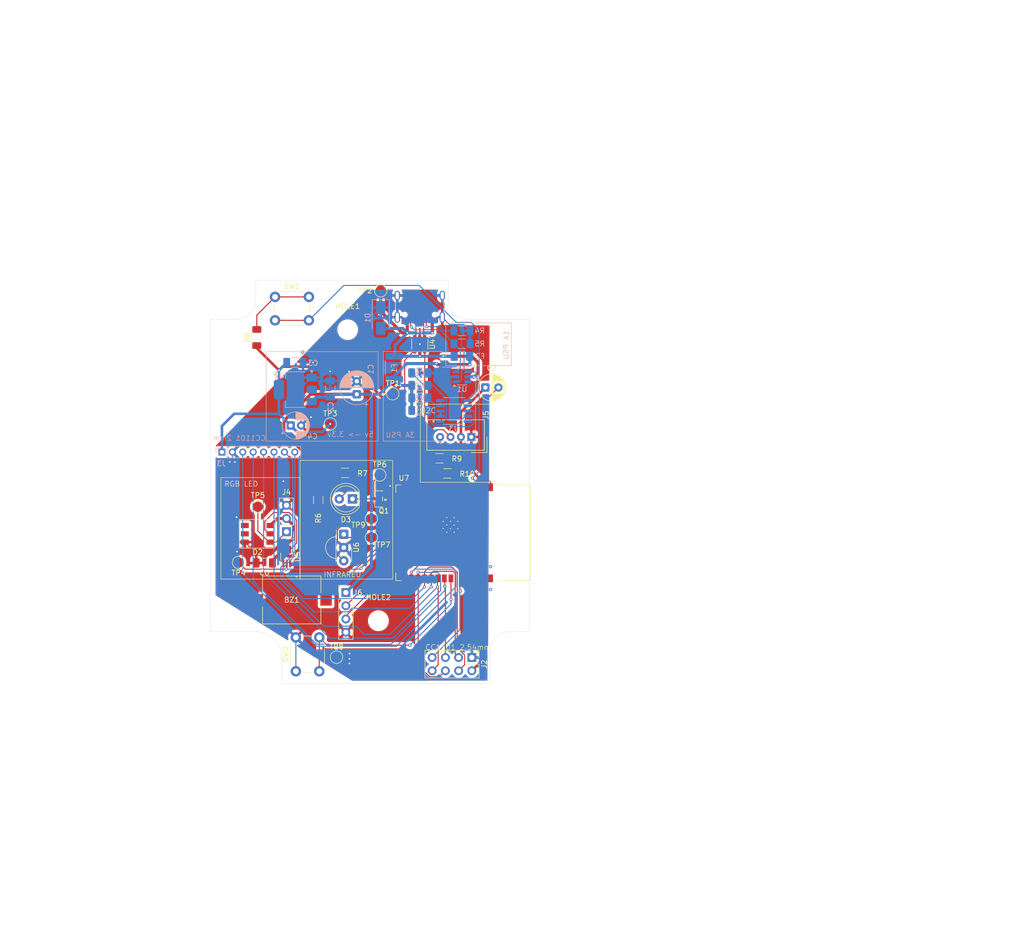
<source format=kicad_pcb>
(kicad_pcb (version 20241229) (generator "pcbnew") (generator_version "9.0")
  (layers (0 "F.Cu" signal) (2 "B.Cu" signal) (13 "F.Paste" user) (15 "B.Paste" user) (5 "F.SilkS" user "F.Silkscreen") (7 "B.SilkS" user "B.Silkscreen") (1 "F.Mask" user) (3 "B.Mask" user) (25 "Edge.Cuts" user))
  (net 0 "")
  (net 1 "GND")
  (net 2 "BUZZ_IN")
  (net 3 "5V")
  (net 4 "3.3V")
  (net 5 "Net-(U3-VDD)")
  (net 6 "VBUS")
  (net 7 "Net-(D2-DOUT)")
  (net 8 "Net-(D2-DIN)")
  (net 10 "Net-(D3-K)")
  (net 11 "Net-(D3-A)")
  (net 12 "Net-(J1-D+-PadA6)")
  (net 13 "Net-(J1-D--PadA7)")
  (net 16 "CC1")
  (net 17 "CC2")
  (net 18 "GDO2")
  (net 19 "GDO0")
  (net 20 "MOSI")
  (net 21 "CSN")
  (net 22 "SCK")
  (net 23 "MISO")
  (net 24 "Net-(J5-Pin_3)")
  (net 25 "Net-(J5-Pin_4)")
  (net 26 "UART_RX")
  (net 27 "UART_TX")
  (net 28 "IR_TX_IN")
  (net 29 "Net-(U3-VBUS)")
  (net 30 "Net-(U3-CFG1)")
  (net 31 "Net-(U6-Vs)")
  (net 32 "Net-(SW1-A)")
  (net 33 "Net-(SW1-B)")
  (net 34 "SW_ACK_OUT")
  (net 35 "WS2818_3.3V_IN")
  (net 36 "IR_RX_OUT")
  (net 37 "Net-(U3-CC1)")
  (net 38 "Net-(U3-CC2)")
  (net 40 "Net-(U3-DM)")
  (net 41 "USB-")
  (net 42 "USB+")
  (footprint "Button_Switch_THT:SW_PUSH_6mm" (layer "F.Cu") (at 73.7 73.2)
    (property "Reference" "SW1")
    (property "Value" "SW_RESET")
  )
  (footprint "Resistor_SMD:R_1206_3216Metric_Pad1.30x1.75mm_HandSolder" (layer "F.Cu") (at 106.8 107.1)
    (property "Reference" "R10")
    (property "Value" "4.7k")
  )
  (footprint "Package_TO_SOT_SMD:SOT-23" (layer "F.Cu") (at 93.6 112 180)
    (property "Reference" "Q1")
    (property "Value" "BSS138")
  )
  (footprint "Capacitor_THT:CP_Radial_D5.0mm_P2.50mm" (layer "F.Cu") (at 114.1 90.6)
    (property "Reference" "C7")
    (property "Value" "1uF")
  )
  (footprint "Connector:NS-Tech_Grove_1x04_P2mm_Vertical" (layer "F.Cu") (at 111.4 100.1 -90)
    (property "Reference" "J5")
    (property "Value" "CONN_I2C_GROVE")
  )
  (footprint "TestPoint:TestPoint_Pad_D2.0mm" (layer "F.Cu") (at 84.3 97.6)
    (property "Reference" "TP3")
    (property "Value" "TP_3.3V")
  )
  (footprint "LED_SMD:LED_WS2812_PLCC6_5.0x5.0mm_P1.6mm" (layer "F.Cu") (at 70.35 118.7 180)
    (property "Reference" "D2")
    (property "Value" "WS2812")
  )
  (footprint "TestPoint:TestPoint_Pad_D2.0mm" (layer "F.Cu") (at 70.4 113.5 180)
    (property "Reference" "TP5")
    (property "Value" "TP_2812_5")
  )
  (footprint "Connector_PinHeader_2.54mm:PinHeader_1x03_P2.54mm_Vertical" (layer "F.Cu") (at 75.9 118.3 180)
    (property "Reference" "J4")
    (property "Value" "CONN_WS2812")
  )
  (footprint "Connector_USB:USB_C_Receptacle_GCT_USB4105-xx-A_16P_TopMnt_Horizontal" (layer "F.Cu") (at 101.5 74 180)
    (property "Reference" "J1")
    (property "Value" "USB_C_Receptacle")
  )
  (footprint "TestPoint:TestPoint_Pad_D2.0mm" (layer "F.Cu") (at 66.7 124.2 180)
    (property "Reference" "TP4")
    (property "Value" "TP_21812_3.3")
  )
  (footprint "Resistor_SMD:R_1206_3216Metric_Pad1.30x1.75mm_HandSolder" (layer "F.Cu") (at 87.15 107)
    (property "Reference" "R7")
    (property "Value" "22")
  )
  (footprint "TestPoint:TestPoint_Pad_D2.0mm" (layer "F.Cu") (at 96.3 91.8)
    (property "Reference" "TP1")
    (property "Value" "TP_5V")
  )
  (footprint "TestPoint:TestPoint_Pad_D2.0mm" (layer "F.Cu") (at 92.2 115.8)
    (property "Reference" "TP9")
    (property "Value" "TP_IR_TX_IN")
  )
  (footprint "Resistor_SMD:R_1206_3216Metric_Pad1.30x1.75mm_HandSolder" (layer "F.Cu") (at 70.2 81 90)
    (property "Reference" "R8")
    (property "Value" "10k")
  )
  (footprint "TestPoint:TestPoint_Pad_D2.0mm" (layer "F.Cu") (at 92.2 119.4)
    (property "Reference" "TP7")
    (property "Value" "TP_IR_RX")
  )
  (footprint "RF_Module:ESP32-S3-WROOM-1" (layer "F.Cu") (at 109.85 118.5 -90)
    (property "Reference" "U7")
    (property "Value" "ESP32-S3-WROOM-1-N16")
  )
  (footprint "Buzzer_Beeper:Buzzer_Mallory_AST1109MLTRQ" (layer "F.Cu") (at 76.9 131.4 180)
    (property "Reference" "BZ1")
    (property "Value" "LPT1440S-HS-05")
  )
  (footprint "MountingHole:MountingHole_3.5mm" (layer "F.Cu") (at 93.55 135.4)
    (property "Reference" "HOLE2")
    (property "Value" "MountingHole_3.5mm")
  )
  (footprint "TestPoint:TestPoint_Pad_D2.0mm" (layer "F.Cu") (at 85.5 142.4)
    (property "Reference" "TP8")
    (property "Value" "TP_BUZZ")
  )
  (footprint "TestPoint:TestPoint_Pad_D2.0mm" (layer "F.Cu") (at 93.8 107.4)
    (property "Reference" "TP6")
    (property "Value" "TP_IR_TX_OUT")
  )
  (footprint "Capacitor_SMD:C_1206_3216Metric_Pad1.33x1.80mm_HandSolder" (layer "F.Cu") (at 71.6375 124.3 180)
    (property "Reference" "C6")
    (property "Value" "100nF")
  )
  (footprint "MountingHole:MountingHole_3.5mm" (layer "F.Cu") (at 87.65 79.5)
    (property "Reference" "HOLE1")
    (property "Value" "MountingHole_3.5mm")
  )
  (footprint "Connector_PinHeader_2.54mm:PinHeader_1x04_P2.54mm_Vertical" (layer "F.Cu") (at 87.3 129.98)
    (property "Reference" "J6")
    (property "Value" "CONN_UART")
  )
  (footprint "OptoDevice:Vishay_MINICAST-3Pin" (layer "F.Cu") (at 86.9 118.8 -90)
    (property "Reference" "U6")
    (property "Value" "TSOP384xx")
  )
  (footprint "Package_TO_SOT_SMD:SOT-23-6" (layer "F.Cu") (at 101.5 82.3 -90)
    (property "Reference" "U4")
    (property "Value" "USBLC6-2SC6")
  )
  (footprint "LED_THT:LED_D5.0mm_Clear" (layer "F.Cu") (at 88.575 112 180)
    (property "Reference" "D3")
    (property "Value" "LL-503SIRC2H-1BE")
  )
  (footprint "Button_Switch_THT:SW_PUSH_6mm" (layer "F.Cu") (at 77.7 145.1 90)
    (property "Reference" "SW2")
    (property "Value" "SW_ACK")
  )
  (footprint "Resistor_SMD:R_1206_3216Metric_Pad1.30x1.75mm_HandSolder" (layer "F.Cu") (at 105.3 104.2 180)
    (property "Reference" "R9")
    (property "Value" "4.7k")
  )
  (footprint "Connector_PinHeader_2.54mm:PinHeader_2x04_P2.54mm_Vertical" (layer "F.Cu") (at 111.5 142.46 -90)
    (property "Reference" "J2")
    (property "Value" "Conn_02x04_Odd_Even")
  )
  (footprint "Package_TO_SOT_SMD:SOT-353_SC-70-5_Handsoldering" (layer "F.Cu") (at 75.95 123.07 90)
    (property "Reference" "U5")
    (property "Value" "74AHCT1G125")
  )
  (footprint "Resistor_SMD:R_1206_3216Metric_Pad1.30x1.75mm_HandSolder" (layer "F.Cu") (at 82 112.2 -90)
    (property "Reference" "R6")
    (property "Value" "100")
  )
  (footprint "TestPoint:TestPoint_Pad_D2.0mm" (layer "F.Cu") (at 94 72)
    (property "Reference" "TP2")
    (property "Value" "TP_VBUS")
  )
  (footprint "Capacitor_SMD:C_1206_3216Metric_Pad1.33x1.80mm_HandSolder" (layer "B.Cu") (at 101.5 87.8)
    (property "Reference" "C5")
    (property "Value" "1uF")
  )
  (footprint "Resistor_SMD:R_1206_3216Metric_Pad1.30x1.75mm_HandSolder" (layer "B.Cu") (at 101.5 95 180)
    (property "Reference" "R1")
    (property "Value" "10k")
  )
  (footprint "Connector_PinHeader_2.00mm:PinHeader_1x08_P2.00mm_Vertical" (layer "B.Cu") (at 63.5 103 -90)
    (property "Reference" "J3")
    (property "Value" "Conn_01x08")
  )
  (footprint "Capacitor_THT:CP_Radial_D5.0mm_P2.00mm" (layer "B.Cu") (at 76.7 97.9)
    (property "Reference" "C4")
    (property "Value" "22uF")
  )
  (footprint "Resistor_SMD:R_1206_3216Metric_Pad1.30x1.75mm_HandSolder" (layer "B.Cu") (at 101.5 90.2)
    (property "Reference" "R2")
    (property "Value" "1k")
  )
  (footprint "Package_TO_SOT_SMD:SOT-223-3_TabPin2" (layer "B.Cu") (at 77.6 91 180)
    (property "Reference" "U2")
    (property "Value" "AMS1117-3.3")
  )
  (footprint "Package_TO_SOT_SMD:SOT-23-6" (layer "B.Cu") (at 109.6 88.5375)
    (property "Reference" "U1")
    (property "Value" "USBLC6-2SC6")
  )
  (footprint "Diode_SMD:D_SMA" (layer "B.Cu") (at 94 77.25 -90)
    (property "Reference" "D1")
    (property "Value" "SMAJ5.0CA")
  )
  (footprint "Package_SO:SSOP-10-1EP_3.9x4.9mm_P1mm_EP2.1x3.3mm" (layer "B.Cu") (at 108.1 95.1)
    (property "Reference" "U3")
    (property "Value" "CH224K")
  )
  (footprint "Resistor_SMD:R_1206_3216Metric_Pad1.30x1.75mm_HandSolder" (layer "B.Cu") (at 101.5 92.6)
    (property "Reference" "R3")
    (property "Value" "10k")
  )
  (footprint "Fuse:Fuse_1812_4532Metric_Pad1.30x3.40mm_HandSolder" (layer "B.Cu") (at 96.6 86.8 -90)
    (property "Reference" "F1")
    (property "Value" "PTS18126V300 (3A)")
  )
  (footprint "Capacitor_SMD:C_1206_3216Metric_Pad1.33x1.80mm_HandSolder" (layer "B.Cu") (at 84.3 90.9 90)
    (property "Reference" "C2")
    (property "Value" "100nF")
  )
  (footprint "Resistor_SMD:R_1206_3216Metric_Pad1.30x1.75mm_HandSolder" (layer "B.Cu") (at 109.6 79.7 180)
    (property "Reference" "R4")
    (property "Value" "5.1k")
  )
  (footprint "Capacitor_THT:CP_Radial_D6.3mm_P2.50mm" (layer "B.Cu") (at 89.4 91.9 90)
    (property "Reference" "C1")
    (property "Value" "10uF")
  )
  (footprint "Fuse:Fuse_1206_3216Metric_Pad1.42x1.75mm_HandSolder" (layer "B.Cu") (at 109.6 84.6)
    (property "Reference" "F2")
    (property "Value" "0ZCJ0100FF2E (1A)")
  )
  (footprint "Resistor_SMD:R_1206_3216Metric_Pad1.30x1.75mm_HandSolder" (layer "B.Cu") (at 109.6 82.2)
    (property "Reference" "R5")
    (property "Value" "5.1k")
  )
  (footprint "Capacitor_SMD:C_1206_3216Metric_Pad1.33x1.80mm_HandSolder" (layer "B.Cu") (at 77.5 85.8)
    (property "Reference" "C3")
    (property "Value" "100nF")
  )
  (gr_rect (start 78.5 104.6) (end 96.3 127.4) (stroke (width 0.1)) (fill no) (layer "F.SilkS"))
  (gr_rect (start 63.3 107.9) (end 78.5 127.4) (stroke (width 0.1)) (fill no) (layer "F.SilkS"))
  (gr_rect (start 101.6 93.8) (end 114.9 108.8) (stroke (width 0.1)) (fill no) (layer "F.SilkS"))
  (gr_rect (start 106.5 78.2) (end 119.1 86.4) (stroke (width 0.1)) (fill no) (layer "B.SilkS"))
  (gr_line (start 105.8 83.69) (end 94.5 83.69) (stroke (width 0.1)) (layer "B.SilkS"))
  (gr_line (start 94.5 100.9) (end 112.2 100.9) (stroke (width 0.1)) (layer "B.SilkS"))
  (gr_line (start 94.5 98.6) (end 94.5 100.9) (stroke (width 0.1)) (layer "B.SilkS"))
  (gr_line (start 112.2 100.9) (end 112.2 86.7) (stroke (width 0.1)) (layer "B.SilkS"))
  (gr_line (start 112.2 86.7) (end 105.8 86.7) (stroke (width 0.1)) (layer "B.SilkS"))
  (gr_rect (start 72 83.7) (end 93.5 100.9) (stroke (width 0.1)) (fill no) (layer "B.SilkS"))
  (gr_line (start 94.5 83.69) (end 94.5 98.6) (stroke (width 0.1)) (layer "B.SilkS"))
  (gr_line (start 122.5 137.5) (end 122.5 77.5) (stroke (width 0.05)) (layer "Edge.Cuts"))
  (gr_line (start 110.75 77.5) (end 114.5 77.5) (stroke (width 0.05)) (layer "Edge.Cuts"))
  (gr_line (start 107 70) (end 70 70) (stroke (width 0.05)) (layer "Edge.Cuts"))
  (gr_arc (start 70 73.75) (mid 68.90165 76.40165) (end 66.25 77.5) (stroke (width 0.05)) (layer "Edge.Cuts"))
  (gr_line (start 75 147.5) (end 75 142.5) (stroke (width 0.05)) (layer "Edge.Cuts"))
  (gr_arc (start 115 141.25) (mid 116.09835 138.59835) (end 118.75 137.5) (stroke (width 0.05)) (layer "Edge.Cuts"))
  (gr_line (start 115 141.25) (end 115 147.5) (stroke (width 0.05)) (layer "Edge.Cuts"))
  (gr_line (start 66.25 77.5) (end 61.25 77.5) (stroke (width 0.05)) (layer "Edge.Cuts"))
  (gr_line (start 70 137.5) (end 61.25 137.5) (stroke (width 0.05)) (layer "Edge.Cuts"))
  (gr_line (start 107 73.75) (end 107 70) (stroke (width 0.05)) (layer "Edge.Cuts"))
  (gr_line (start 75 147.5) (end 115 147.5) (stroke (width 0.05)) (layer "Edge.Cuts"))
  (gr_line (start 61.25 77.5) (end 61.25 137.5) (stroke (width 0.05)) (layer "Edge.Cuts"))
  (gr_arc (start 110.75 77.5) (mid 108.09835 76.40165) (end 107 73.75) (stroke (width 0.05)) (layer "Edge.Cuts"))
  (gr_line (start 114.5 77.5) (end 122.5 77.5) (stroke (width 0.05)) (layer "Edge.Cuts"))
  (gr_arc (start 70 137.5) (mid 73.535534 138.964466) (end 75 142.5) (stroke (width 0.05)) (layer "Edge.Cuts"))
  (gr_line (start 70 73.75) (end 70 70) (stroke (width 0.05)) (layer "Edge.Cuts"))
  (gr_line (start 118.75 137.5) (end 122.5 137.5) (stroke (width 0.05)) (layer "Edge.Cuts"))
  (gr_text "INFRARED\n" (at 83 127.1 0) (layer "F.SilkS") (effects (font (size 1 1) (thickness 0.1)) (justify left bottom)))
  (gr_text "CC1101 2.54mm" (at 102.5 141.08 0) (layer "F.SilkS") (effects (font (size 1 1) (thickness 0.1)) (justify left bottom)))
  (gr_text "RGB LED\n" (at 63.9 109.7 0) (layer "F.SilkS") (effects (font (size 1 1) (thickness 0.1)) (justify left bottom)))
  (gr_text "I2C\n" (at 102.1 95.6 0) (layer "F.SilkS") (effects (font (size 1 1) (thickness 0.1)) (justify left bottom)))
  (gr_text "CC1101 2mm" (at 72 100.9 0) (layer "B.SilkS") (effects (font (size 1 1) (thickness 0.1)) (justify left bottom mirror)))
  (gr_text "5v -> 3.3v\n" (at 92.7 100.2 0) (layer "B.SilkS") (effects (font (size 1 1) (thickness 0.1)) (justify left bottom mirror)))
  (gr_text "3A PSU\n" (at 100.6 100.3 0) (layer "B.SilkS") (effects (font (size 1 1) (thickness 0.1)) (justify left bottom mirror)))
  (gr_text "1A PSU" (at 118.7 79.6 90) (layer "B.SilkS") (effects (font (size 1 1) (thickness 0.1)) (justify left bottom mirror)))
  (segment (start 85.699 120.139) (end 85.699 117.914954) (width 0.2) (layer "F.Cu") (net 1))
  (segment (start 70.075 122.475) (end 67.9 120.3) (width 0.2) (layer "F.Cu") (net 1))
  (segment (start 94.5375 111.570532) (end 94.5375 111.05) (width 0.2) (layer "F.Cu") (net 1))
  (segment (start 66.9 120.3) (end 67.9 120.3) (width 0.2) (layer "F.Cu") (net 1))
  (segment (start 115.11 108.8) (end 111.4 105.09) (width 0.2) (layer "F.Cu") (net 1))
  (segment (start 91.004922 112.609032) (end 93.499 112.609032) (width 0.2) (layer "F.Cu") (net 1))
  (segment (start 85.699 117.914954) (end 91.004922 112.609032) (width 0.2) (layer "F.Cu") (net 1))
  (segment (start 93.499 112.609032) (end 94.5375 111.570532) (width 0.2) (layer "F.Cu") (net 1))
  (segment (start 86.9 121.34) (end 85.699 120.139) (width 0.2) (layer "F.Cu") (net 1))
  (segment (start 64.4 125.5) (end 64.4 122.8) (width 0.2) (layer "F.Cu") (net 1))
  (segment (start 111.4 95.8) (end 116.6 90.6) (width 0.2) (layer "F.Cu") (net 1))
  (segment (start 70.5 131.4) (end 77.7 138.6) (width 0.2) (layer "F.Cu") (net 1))
  (segment (start 70.3 131.4) (end 70.5 131.4) (width 0.2) (layer "F.Cu") (net 1))
  (segment (start 70.3 131.4) (end 64.4 125.5) (width 0.2) (layer "F.Cu") (net 1))
  (segment (start 70.075 124.3) (end 70.075 122.475) (width 0.2) (layer "F.Cu") (net 1))
  (segment (start 115.11 109.75) (end 115.11 108.8) (width 0.2) (layer "F.Cu") (net 1))
  (segment (start 111.4 100.1) (end 111.4 95.8) (width 0.2) (layer "F.Cu") (net 1))
  (segment (start 111.4 105.09) (end 111.4 100.1) (width 0.2) (layer "F.Cu") (net 1))
  (segment (start 101.5 81.1625) (end 101.5 82.275) (width 0.2) (layer "F.Cu") (net 1))
  (segment (start 64.4 122.8) (end 66.9 120.3) (width 0.2) (layer "F.Cu") (net 1))
  (via (at 115.1 129.4) (size 0.6) (drill 0.3) (layers "F.Cu" "B.Cu") (net 1))
  (via (at 80.6 96.3) (size 0.6) (drill 0.3) (layers "F.Cu" "B.Cu") (net 1))
  (via (at 115.1 125) (size 0.6) (drill 0.3) (layers "F.Cu" "B.Cu") (net 1))
  (via (at 84.3 87.5) (size 0.6) (drill 0.3) (layers "F.Cu" "B.Cu") (net 1))
  (via (at 101.5 82.275) (size 0.6) (drill 0.3) (layers "F.Cu" "B.Cu") (net 1))
  (via (at 81 85.8) (size 0.6) (drill 0.3) (layers "F.Cu" "B.Cu") (net 1))
  (via (at 88 142.7) (size 0.6) (drill 0.3) (layers "F.Cu" "B.Cu") (net 1))
  (via (at 88 141.7) (size 0.6) (drill 0.3) (layers "F.Cu" "B.Cu") (net 1))
  (via (at 79 83.8) (size 0.6) (drill 0.3) (layers "F.Cu" "B.Cu") (net 1))
  (via (at 75.3 108.6) (size 0.6) (drill 0.3) (layers "F.Cu" "B.Cu") (net 1))
  (via (at 87.9 87.5) (size 0.6) (drill 0.3) (layers "F.Cu" "B.Cu") (net 1))
  (via (at 66 104.9) (size 0.6) (drill 0.3) (layers "F.Cu" "B.Cu") (net 1))
  (via (at 65 104.9) (size 0.6) (drill 0.3) (layers "F.Cu" "B.Cu") (net 1))
  (via (at 77.8 126.9) (size 0.6) (drill 0.3) (layers "F.Cu" "B.Cu") (net 1))
  (via (at 66.3 115.5) (size 0.6) (drill 0.3) (layers "F.Cu" "B.Cu") (net 1))
  (via (at 66.4 122.1) (size 0.6) (drill 0.3) (layers "F.Cu" "B.Cu") (net 1))
  (via (at 95.8 109.5) (size 0.6) (drill 0.3) (layers "F.Cu" "B.Cu") (net 1))
  (via (at 88 143.6) (size 0.6) (drill 0.3) (layers "F.Cu" "B.Cu") (net 1))
  (segment (start 90.199999 79.050001) (end 94 75.25) (width 0.2) (layer "B.Cu") (net 1))
  (segment (start 84.3 89.3375) (end 81.3875 89.3375) (width 0.2) (layer "B.Cu") (net 1))
  (segment (start 65.5 103) (end 65.5 126.4) (width 0.2) (layer "B.Cu") (net 1))
  (segment (start 99.775 82.275) (end 99.2 81.7) (width 0.2) (layer "B.Cu") (net 1))
  (segment (start 78.7 90.75) (end 78.7 97.9) (width 0.2) (layer "B.Cu") (net 1))
  (segment (start 84.3625 89.4) (end 84.3 89.3375) (width 0.2) (layer "B.Cu") (net 1))
  (segment (start 65.5 126.4) (end 77.7 138.6) (width 0.2) (layer "B.Cu") (net 1))
  (segment (start 77.7 138.6) (end 77.7 145.1) (width 0.2) (layer "B.Cu") (net 1))
  (segment (start 107.5 94.5) (end 107.5 88.837501) (width 0.2) (layer "B.Cu") (net 1))
  (segment (start 107.5 88.837501) (end 107.800001 88.5375) (width 0.2) (layer "B.Cu") (net 1))
  (segment (start 81.3875 89.3375) (end 80.75 88.7) (width 0.2) (layer "B.Cu") (net 1))
  (segment (start 109.95 78.5) (end 107.215 78.5) (width 0.2) (layer "B.Cu") (net 1))
  (segment (start 80.75 88.7) (end 78.7 90.75) (width 0.2) (layer "B.Cu") (net 1))
  (segment (start 111.15 79.7) (end 109.95 78.5) (width 0.2) (layer "B.Cu") (net 1))
  (segment (start 107.800001 88.5375) (end 108.4625 88.5375) (width 0.2) (layer "B.Cu") (net 1))
  (segment (start 80.75 87.4875) (end 79.0625 85.8) (width 0.2) (layer "B.Cu") (net 1))
  (segment (start 89.4 89.4) (end 90.199999 88.600001) (width 0.2) (layer "B.Cu") (net 1))
  (segment (start 108.1 95.1) (end 107.5 94.5) (width 0.2) (layer "B.Cu") (net 1))
  (segment (start 89.4 89.4) (end 84.3625 89.4) (width 0.2) (layer "B.Cu") (net 1))
  (segment (start 111.15 82.2) (end 111.15 79.7) (width 0.2) (layer "B.Cu") (net 1))
  (segment (start 101.5 82.275) (end 99.775 82.275) (width 0.2) (layer "B.Cu") (net 1))
  (segment (start 90.199999 88.600001) (end 90.199999 79.050001) (width 0.2) (layer "B.Cu") (net 1))
  (segment (start 80.75 88.7) (end 80.75 87.4875) (width 0.2) (layer "B.Cu") (net 1))
  (segment (start 107.215 78.5) (end 105.82 77.105) (width 0.2) (layer "B.Cu") (net 1))
  (segment (start 83.5 131.4) (end 83.5 131.183) (width 0.2) (layer "F.Cu") (net 2))
  (segment (start 96.818 117.865) (end 97.35 117.865) (width 0.2) (layer "F.Cu") (net 2))
  (segment (start 83.5 131.183) (end 96.818 117.865) (width 0.2) (layer "F.Cu") (net 2))
  (segment (start 80.3 104.136884) (end 80.3 119.642714) (width 0.6) (layer "F.Cu") (net 3))
  (segment (start 104.901 86.201) (end 111.099 86.201) (width 0.6) (layer "F.Cu") (net 3))
  (segment (start 75.399 99.235884) (end 80.3 104.136884) (width 0.6) (layer "F.Cu") (net 3))
  (segment (start 77.251 117.111) (end 75.9 115.76) (width 0.6) (layer "F.Cu") (net 3))
  (segment (start 73.2 124.3) (end 73.2 123.84) (width 0.6) (layer "F.Cu") (net 3))
  (segment (start 77.049 119.651) (end 77.251 119.651) (width 0.6) (layer "F.Cu") (net 3))
  (segment (start 80.530998 91.9) (end 75.399 97.031998) (width 0.6) (layer "F.Cu") (net 3))
  (segment (start 75.9 115.76) (end 74.14 115.76) (width 0.6) (layer "F.Cu") (net 3))
  (segment (start 75.3 122.042714) (end 75.3 121.74) (width 0.6) (layer "F.Cu") (net 3))
  (segment (start 73.2 123.84) (end 75.3 121.74) (width 0.6) (layer "F.Cu") (net 3))
  (segment (start 89.4 91.9) (end 80.530998 91.9) (width 0.6) (layer "F.Cu") (net 3))
  (segment (start 80.3 119.642714) (end 76.951714 122.991) (width 0.6) (layer "F.Cu") (net 3))
  (segment (start 77.251 119.486286) (end 77.251 117.111) (width 0.6) (layer "F.Cu") (net 3))
  (segment (start 77.251 117.111) (end 77.251 119.651) (width 0.6) (layer "F.Cu") (net 3))
  (segment (start 74.14 115.76) (end 72.8 117.1) (width 0.6) (layer "F.Cu") (net 3))
  (segment (start 104.7 86) (end 104.901 86.201) (width 0.6) (layer "F.Cu") (net 3))
  (segment (start 111.099 86.201) (end 111.1 86.2) (width 0.6) (layer "F.Cu") (net 3))
  (segment (start 75.3 121.4) (end 77.049 119.651) (width 0.6) (layer "F.Cu") (net 3))
  (segment (start 75.3 121.74) (end 75.3 121.4) (width 0.6) (layer "F.Cu") (net 3))
  (segment (start 76.248286 122.991) (end 75.3 122.042714) (width 0.6) (layer "F.Cu") (net 3))
  (segment (start 75.399 97.031998) (end 75.399 99.235884) (width 0.6) (layer "F.Cu") (net 3))
  (segment (start 96.3 91.8) (end 96.3 91.675) (width 0.6) (layer "F.Cu") (net 3))
  (segment (start 76.951714 122.991) (end 76.248286 122.991) (width 0.6) (layer "F.Cu") (net 3))
  (segment (start 96.3 91.675) (end 97.775 90.2) (width 0.6) (layer "F.Cu") (net 3))
  (via (at 97.775 90.2) (size 0.6) (drill 0.3) (layers "F.Cu" "B.Cu") (net 3))
  (via (at 104.7 86) (size 0.6) (drill 0.3) (layers "F.Cu" "B.Cu") (net 3))
  (via (at 111.1 86.2) (size 0.6) (drill 0.3) (layers "F.Cu" "B.Cu") (net 3))
  (segment (start 111.1 86.2) (end 111.1 84.6125) (width 0.6) (layer "B.Cu") (net 3))
  (segment (start 99.95 90.2) (end 97.775 90.2) (width 0.6) (layer "B.Cu") (net 3))
  (segment (start 99.95 95) (end 99.95 92.6) (width 0.6) (layer "B.Cu") (net 3))
  (segment (start 92.2 91.9) (end 93.725 91.9) (width 0.6) (layer "B.Cu") (net 3))
  (segment (start 84.8625 91.9) (end 84.3 92.4625) (width 0.6) (layer "B.Cu") (net 3))
  (segment (start 93.725 91.9) (end 96.6 89.025) (width 0.6) (layer "B.Cu") (net 3))
  (segment (start 81.5875 92.4625) (end 80.75 93.3) (width 0.6) (layer "B.Cu") (net 3))
  (segment (start 92.2 125.08) (end 87.3 129.98) (width 0.6) (layer "B.Cu") (net 3))
  (segment (start 99.95 92.6) (end 99.95 90.2) (width 0.6) (layer "B.Cu") (net 3))
  (segment (start 89.4 91.9) (end 84.8625 91.9) (width 0.6) (layer "B.Cu") (net 3))
  (segment (start 96.6 89.025) (end 96.6 88.375) (width 0.6) (layer "B.Cu") (net 3))
  (segment (start 92.2 91.9) (end 92.2 125.08) (width 0.6) (layer "B.Cu") (net 3))
  (segment (start 89.4 91.9) (end 92.2 91.9) (width 0.6) (layer "B.Cu") (net 3))
  (segment (start 84.3 92.4625) (end 81.5875 92.4625) (width 0.6) (layer "B.Cu") (net 3))
  (segment (start 98.975 86) (end 104.7 86) (width 0.6) (layer "B.Cu") (net 3))
  (segment (start 111.1 84.6125) (end 111.0875 84.6) (width 0.6) (layer "B.Cu") (net 3))
  (segment (start 96.6 88.375) (end 98.975 86) (width 0.6) (layer "B.Cu") (net 3))
  (segment (start 97.775 90.2) (end 96.6 89.025) (width 0.6) (layer "B.Cu") (net 3))
  (segment (start 113.84 142.66) (end 113.84 109.75) (width 0.5) (layer "F.Cu") (net 4))
  (segment (start 113.84 109.75) (end 113.84 108.918) (width 0.5) (layer "F.Cu") (net 4))
  (segment (start 85.6 107) (end 85.6 106.8) (width 0.5) (layer "F.Cu") (net 4))
  (segment (start 70.2 83.0375) (end 74.45 87.2875) (width 0.5) (layer "F.Cu") (net 4))
  (segment (start 96.9 95.1) (end 96.9 111.5) (width 0.5) (layer "F.Cu") (net 4))
  (segment (start 109.4 100.1) (end 109.4 95.3) (width 0.5) (layer "F.Cu") (net 4))
  (segment (start 70.2 82.55) (end 70.2 83.0375) (width 0.5) (layer "F.Cu") (net 4))
  (segment (start 74.45 87.2875) (end 75.1375 86.6) (width 0.5) (layer "F.Cu") (net 4))
  (segment (start 96.9 111.5) (end 112.922 111.5) (width 0.5) (layer "F.Cu") (net 4))
  (segment (start 106.85 104.2) (end 107.022 104.2) (width 0.5) (layer "F.Cu") (net 4))
  (segment (start 82 110.6) (end 85.6 107) (width 0.5) (layer "F.Cu") (net 4))
  (segment (start 111.5 145) (end 113.84 142.66) (width 0.5) (layer "F.Cu") (net 4))
  (segment (start 108.35 105.528) (end 109.4 104.478) (width 0.5) (layer "F.Cu") (net 4))
  (segment (start 109.4 104.478) (end 109.4 100.1) (width 0.5) (layer "F.Cu") (net 4))
  (segment (start 75.1375 86.6) (end 88.4 86.6) (width 0.5) (layer "F.Cu") (net 4))
  (segment (start 112.922 111.5) (end 113.84 110.582) (width 0.5) (layer "F.Cu") (net 4))
  (segment (start 108.35 107.1) (end 108.35 105.528) (width 0.5) (layer "F.Cu") (net 4))
  (segment (start 85.6 106.8) (end 76.7 97.9) (width 0.5) (layer "F.Cu") (net 4))
  (segment (start 82 110.65) (end 82 110.6) (width 0.5) (layer "F.Cu") (net 4))
  (segment (start 88.4 86.6) (end 96.9 95.1) (width 0.5) (layer "F.Cu") (net 4))
  (segment (start 113.84 110.582) (end 113.84 109.75) (width 0.5) (layer "F.Cu") (net 4))
  (segment (start 113.84 108.918) (end 109.4 104.478) (width 0.5) (layer "F.Cu") (net 4))
  (segment (start 109.4 95.3) (end 114.1 90.6) (width 0.5) (layer "F.Cu") (net 4))
  (segment (start 107.022 104.2) (end 108.35 105.528) (width 0.5) (layer "F.Cu") (net 4))
  (via (at 84.3 97.6) (size 0.6) (drill 0.3) (layers "F.Cu" "B.Cu") (net 4))
  (via (at 74.45 87.2875) (size 0.6) (drill 0.3) (layers "F.Cu" "B.Cu") (net 4))
  (segment (start 65.85 95.65) (end 63.5 98) (width 0.5) (layer "B.Cu") (net 4))
  (segment (start 63.5 98) (end 63.5 103) (width 0.5) (layer "B.Cu") (net 4))
  (segment (start 77.951 99.151) (end 82.749 99.151) (width 0.5) (layer "B.Cu") (net 4))
  (segment (start 74.45 95.65) (end 65.85 95.65) (width 0.5) (layer "B.Cu") (net 4))
  (segment (start 74.45 87.2875) (end 75.9375 85.8) (width 0.5) (layer "B.Cu") (net 4))
  (segment (start 82.749 99.151) (end 84.3 97.6) (width 0.5) (layer "B.Cu") (net 4))
  (segment (start 76.7 97.9) (end 77.951 99.151) (width 0.5) (layer "B.Cu") (net 4))
  (segment (start 74.45 95.65) (end 76.7 97.9) (width 0.5) (layer "B.Cu") (net 4))
  (segment (start 74.45 91) (end 74.45 95.65) (width 0.5) (layer "B.Cu") (net 4))
  (segment (start 74.45 91) (end 74.45 87.2875) (width 0.5) (layer "B.Cu") (net 4))
  (segment (start 102.3375 90.2) (end 99.9375 87.8) (width 0.2) (layer "B.Cu") (net 5))
  (segment (start 103.05 90.2) (end 104.041968 90.2) (width 0.2) (layer "B.Cu") (net 5))
  (segment (start 106.601 96.440968) (end 105.941968 97.1) (width 0.2) (layer "B.Cu") (net 5))
  (segment (start 105.941968 97.1) (end 105.4625 97.1) (width 0.2) (layer "B.Cu") (net 5))
  (segment (start 103.05 90.2) (end 102.3375 90.2) (width 0.2) (layer "B.Cu") (net 5))
  (segment (start 104.041968 90.2) (end 106.601 92.759032) (width 0.2) (layer "B.Cu") (net 5))
  (segment (start 106.601 92.759032) (end 106.601 96.440968) (width 0.2) (layer "B.Cu") (net 5))
  (segment (start 94 76) (end 98.1 80.1) (width 0.6) (layer "F.Cu") (net 6))
  (segment (start 94 72) (end 94 76) (width 0.6) (layer "F.Cu") (net 6))
  (segment (start 99.1 80.1) (end 99.1 77.68) (width 0.6) (layer "F.Cu") (net 6))
  (segment (start 98.1 80.1) (end 99.1 80.1) (width 0.6) (layer "F.Cu") (net 6))
  (segment (start 101.5 83.4375) (end 101.5 84.6) (width 0.6) (layer "F.Cu") (net 6))
  (segment (start 111.5 84.6) (end 112.7 85.8) (width 0.6) (layer "F.Cu") (net 6))
  (segment (start 103.9 77.68) (end 103.9 80.1) (width 0.6) (layer "F.Cu") (net 6))
  (segment (start 106 84.6) (end 111.5 84.6) (width 0.6) (layer "F.Cu") (net 6))
  (segment (start 112.7 87.8) (end 111.9 88.6) (width 0.6) (layer "F.Cu") (net 6))
  (segment (start 112.7 85.8) (end 112.7 87.8) (width 0.6) (layer "F.Cu") (net 6))
  (via (at 99.1 80.1) (size 0.6) (drill 0.3) (layers "F.Cu" "B.Cu") (net 6))
  (via (at 103.9 80.1) (size 0.6) (drill 0.3) (layers "F.Cu" "B.Cu") (net 6))
  (via (at 106 84.6) (size 0.6) (drill 0.3) (layers "F.Cu" "B.Cu") (net 6))
  (via (at 101.5 84.6) (size 0.6) (drill 0.3) (layers "F.Cu" "B.Cu") (net 6))
  (via (at 111.9 88.6) (size 0.6) (drill 0.3) (layers "F.Cu" "B.Cu") (net 6))
  (segment (start 110.7375 88.5375) (end 111.8375 88.5375) (width 0.6) (layer "B.Cu") (net 6))
  (segment (start 103.9 80.1) (end 99.1 80.1) (width 0.6) (layer "B.Cu") (net 6))
  (segment (start 101.5 84.6) (end 108.1125 84.6) (width 0.6) (layer "B.Cu") (net 6))
  (segment (start 98.25 79.25) (end 99.1 80.1) (width 0.6) (layer "B.Cu") (net 6))
  (segment (start 94 79.25) (end 98.25 79.25) (width 0.6) (layer "B.Cu") (net 6))
  (segment (start 96.725 82.475) (end 99.1 80.1) (width 0.6) (layer "B.Cu") (net 6))
  (segment (start 96.725 84.6) (end 101.5 84.6) (width 0.6) (layer "B.Cu") (net 6))
  (segment (start 96.725 84.6) (end 96.725 82.475) (width 0.6) (layer "B.Cu") (net 6))
  (segment (start 111.8375 88.5375) (end 111.9 88.6) (width 0.6) (layer "B.Cu") (net 6))
  (segment (start 73.9 120.3) (end 72.8 120.3) (width 0.2) (layer "F.Cu") (net 7))
  (segment (start 72.55 120.3) (end 70.4 118.15) (width 0.2) (layer "F.Cu") (net 7))
  (segment (start 70.4 118.15) (end 70.4 113.5) (width 0.2) (layer "F.Cu") (net 7))
  (segment (start 75.9 118.3) (end 73.9 120.3) (width 0.2) (layer "F.Cu") (net 7))
  (segment (start 72.8 120.3) (end 72.55 120.3) (width 0.2) (layer "F.Cu") (net 7))
  (segment (start 72.548 118.7) (end 71.749 117.901) (width 0.2) (layer "F.Cu") (net 8))
  (segment (start 76.37676 114.609) (end 77.852 116.08424) (width 0.2) (layer "F.Cu") (net 8))
  (segment (start 77.852 116.08424) (end 77.852 120.488) (width 0.2) (layer "F.Cu") (net 8))
  (segment (start 73.439 114.609) (end 76.37676 114.609) (width 0.2) (layer "F.Cu") (net 8))
  (segment (start 72.8 118.7) (end 72.548 118.7) (width 0.2) (layer "F.Cu") (net 8))
  (segment (start 71.749 117.901) (end 71.749 116.299) (width 0.2) (layer "F.Cu") (net 8))
  (segment (start 77.852 120.488) (end 76.6 121.74) (width 0.2) (layer "F.Cu") (net 8))
  (segment (start 71.749 116.299) (end 73.439 114.609) (width 0.2) (layer "F.Cu") (net 8))
  (segment (start 92.6625 108.5375) (end 93.8 107.4) (width 0.2) (layer "F.Cu") (net 10))
  (segment (start 92.6625 112) (end 88.575 112) (width 0.2) (layer "F.Cu") (net 10))
  (segment (start 92.6625 112) (end 92.6625 108.5375) (width 0.2) (layer "F.Cu") (net 10))
  (segment (start 88.7 107) (end 88.7 109.335) (width 0.2) (layer "F.Cu") (net 11))
  (segment (start 88.7 109.335) (end 86.035 112) (width 0.2) (layer "F.Cu") (net 11))
  (segment (start 101.482824 78.556) (end 100.806 78.556) (width 0.2) (layer "F.Cu") (net 12))
  (segment (start 101.75 78.288824) (end 101.482824 78.556) (width 0.2) (layer "F.Cu") (net 12))
  (segment (start 100.75 77.68) (end 100.75 78.5) (width 0.2) (layer "F.Cu") (net 12))
  (segment (start 101.75 77.68) (end 101.75 78.288824) (width 0.2) (layer "F.Cu") (net 12))
  (segment (start 100.75 78.5) (end 100.75 80.9625) (width 0.2) (layer "F.Cu") (net 12))
  (segment (start 100.75 80.9625) (end 100.55 81.1625) (width 0.2) (layer "F.Cu") (net 12))
  (segment (start 100.806 78.556) (end 100.75 78.5) (width 0.2) (layer "F.Cu") (net 12))
  (segment (start 101.25 77.68) (end 101.25 77.071176) (width 0.2) (layer "F.Cu") (net 13))
  (segment (start 102.25 77.68) (end 102.25 80.9625) (width 0.2) (layer "F.Cu") (net 13))
  (segment (start 102.25 80.9625) (end 102.45 81.1625) (width 0.2) (layer "F.Cu") (net 13))
  (segment (start 102.25 77.071176) (end 102.25 77.68) (width 0.2) (layer "F.Cu") (net 13))
  (segment (start 101.517176 76.804) (end 101.982824 76.804) (width 0.2) (layer "F.Cu") (net 13))
  (segment (start 101.982824 76.804) (end 102.25 77.071176) (width 0.2) (layer "F.Cu") (net 13))
  (segment (start 101.25 77.071176) (end 101.517176 76.804) (width 0.2) (layer "F.Cu") (net 13))
  (segment (start 102.75 78.799) (end 102.85 78.899) (width 0.2) (layer "F.Cu") (net 16))
  (segment (start 102.75 77.68) (end 102.75 78.799) (width 0.2) (layer "F.Cu") (net 16))
  (via (at 102.85 78.899) (size 0.6) (drill 0.3) (layers "F.Cu" "B.Cu") (net 16))
  (segment (start 109.5 82.6) (end 110 83.1) (width 0.2) (layer "B.Cu") (net 16))
  (segment (start 106.2 79.7) (end 108.05 79.7) (width 0.2) (layer "B.Cu") (net 16))
  (segment (start 108.05 79.7) (end 109.5 81.15) (width 0.2) (layer "B.Cu") (net 16))
  (segment (start 105.399 78.899) (end 106.2 79.7) (width 0.2) (layer "B.Cu") (net 16))
  (segment (start 109.5 81.15) (end 109.5 82.6) (width 0.2) (layer "B.Cu") (net 16))
  (segment (start 110 87) (end 109.5 87.5) (width 0.2) (layer "B.Cu") (net 16))
  (segment (start 109.5 87.5) (end 109.5 89.112499) (width 0.2) (layer "B.Cu") (net 16))
  (segment (start 109.5 89.112499) (end 109.124999 89.4875) (width 0.2) (layer "B.Cu") (net 16))
  (segment (start 102.85 78.899) (end 105.399 78.899) (width 0.2) (layer "B.Cu") (net 16))
  (segment (start 110 83.1) (end 110 87) (width 0.2) (layer "B.Cu") (net 16))
  (segment (start 109.124999 89.4875) (end 108.4625 89.4875) (width 0.2) (layer "B.Cu") (net 16))
  (segment (start 99.75 78.85) (end 99.9 79) (width 0.2) (layer "F.Cu") (net 17))
  (segment (start 99.75 77.68) (end 99.75 78.85) (width 0.2) (layer "F.Cu") (net 17))
  (via (at 99.9 79) (size 0.6) (drill 0.3) (layers "F.Cu" "B.Cu") (net 17))
  (segment (start 109.3 86.75) (end 108.4625 87.5875) (width 0.2) (layer "B.Cu") (net 17))
  (segment (start 108.05 82.2) (end 109.3 83.45) (width 0.2) (layer "B.Cu") (net 17))
  (segment (start 108.05 82.2) (end 105.349 79.499) (width 0.2) (layer "B.Cu") (net 17))
  (segment (start 100.399 79.499) (end 105.349 79.499) (width 0.2) (layer "B.Cu") (net 17))
  (segment (start 100.399 79.499) (end 99.9 79) (width 0.2) (layer "B.Cu") (net 17))
  (segment (start 109.3 83.45) (end 109.3 86.75) (width 0.2) (layer "B.Cu") (net 17))
  (segment (start 104.9 127.3) (end 104.95 127.25) (width 0.2) (layer "F.Cu") (net 18))
  (segment (start 105.031 143.849) (end 103.88 145) (width 0.2) (layer "F.Cu") (net 18))
  (segment (start 104.9 128.9) (end 105.031 129.031) (width 0.2) (layer "F.Cu") (net 18))
  (segment (start 104.9 128.9) (end 104.9 127.3) (width 0.2) (layer "F.Cu") (net 18))
  (segment (start 105.031 129.031) (end 105.031 143.849) (width 0.2) (layer "F.Cu") (net 18))
  (via (at 104.9 128.9) (size 0.6) (drill 0.3) (layers "F.Cu" "B.Cu") (net 18))
  (segment (start 89.249 136.449) (end 90.8 138) (width 0.2) (layer "B.Cu") (net 18))
  (segment (start 95.8 138) (end 104.9 128.9) (width 0.2) (layer "B.Cu") (net 18))
  (segment (start 90.8 138) (end 95.8 138) (width 0.2) (layer "B.Cu") (net 18))
  (segment (start 83.049 136.449) (end 89.249 136.449) (width 0.2) (layer "B.Cu") (net 18))
  (segment (start 73.5 126.9) (end 83.049 136.449) (width 0.2) (layer "B.Cu") (net 18))
  (segment (start 73.5 103) (end 73.5 126.9) (width 0.2) (layer "B.Cu") (net 18))
  (segment (start 107.942 125.9) (end 104.08 125.9) (width 0.2) (layer "F.Cu") (net 19))
  (segment (start 103.7 128.9) (end 103.7 127.27) (width 0.2) (layer "F.Cu") (net 19))
  (segment (start 108.3 126.258) (end 107.942 125.9) (width 0.2) (layer "F.Cu") (net 19))
  (segment (start 103.68 126.3) (end 103.68 127.25) (width 0.2) (layer "F.Cu") (net 19))
  (segment (start 103.7 127.27) (end 103.68 127.25) (width 0.2) (layer "F.Cu") (net 19))
  (segment (start 104.08 125.9) (end 103.68 126.3) (width 0.2) (layer "F.Cu") (net 19))
  (segment (start 108.96 142.46) (end 108.3 141.8) (width 0.2) (layer "F.Cu") (net 19))
  (segment (start 108.3 141.8) (end 108.3 126.258) (width 0.2) (layer "F.Cu") (net 19))
  (via (at 103.7 128.9) (size 0.6) (drill 0.3) (layers "F.Cu" "B.Cu") (net 19))
  (segment (start 74.81487 127.30973) (end 81.17614 133.671) (width 0.2) (layer "B.Cu") (net 19))
  (segment (start 77.099 104.599) (end 77.099 122.801827) (width 0.2) (layer "B.Cu") (net 19))
  (segment (start 99.60324 132.99676) (end 103.7 128.9) (width 0.2) (layer "B.Cu") (net 19))
  (segment (start 87.77676 133.671) (end 88.451 132.99676) (width 0.2) (layer "B.Cu") (net 19))
  (segment (start 81.17614 133.671) (end 87.77676 133.671) (width 0.2) (layer "B.Cu") (net 19))
  (segment (start 74.81487 125.085957) (end 74.81487 127.30973) (width 0.2) (layer "B.Cu") (net 19))
  (segment (start 75.5 103) (end 77.099 104.599) (width 0.2) (layer "B.Cu") (net 19))
  (segment (start 77.099 122.801827) (end 74.81487 125.085957) (width 0.2) (layer "B.Cu") (net 19))
  (segment (start 88.451 132.99676) (end 99.60324 132.99676) (width 0.2) (layer "B.Cu") (net 19))
  (segment (start 101.2 127.19) (end 101.14 127.25) (width 0.2) (layer "F.Cu") (net 20))
  (segment (start 106.42 145) (end 105.269 146.151) (width 0.2) (layer "F.Cu") (net 20))
  (segment (start 103.40324 146.151) (end 101.2 143.94776) (width 0.2) (layer "F.Cu") (net 20))
  (segment (start 105.269 146.151) (end 103.40324 146.151) (width 0.2) (layer "F.Cu") (net 20))
  (segment (start 101.2 126.1) (end 101.2 127.19) (width 0.2) (layer "F.Cu") (net 20))
  (segment (start 101.2 143.94776) (end 101.2 126.1) (width 0.2) (layer "F.Cu") (net 20))
  (via (at 101.2 126.1) (size 0.6) (drill 0.3) (layers "F.Cu" "B.Cu") (net 20))
  (segment (start 105.5 129.6) (end 105.5 126.7) (width 0.2) (layer "B.Cu") (net 20))
  (segment (start 71.5 126.060108) (end 84.190892 138.751) (width 0.2) (layer "B.Cu") (net 20))
  (segment (start 104.9 126.1) (end 101.2 126.1) (width 0.2) (layer "B.Cu") (net 20))
  (segment (start 105.5 126.7) (end 104.9 126.1) (width 0.2) (layer "B.Cu") (net 20))
  (segment (start 84.190892 138.751) (end 96.349 138.751) (width 0.2) (layer "B.Cu") (net 20))
  (segment (start 71.5 103) (end 71.5 126.060108) (width 0.2) (layer "B.Cu") (net 20))
  (segment (start 96.349 138.751) (end 105.5 129.6) (width 0.2) (layer "B.Cu") (net 20))
  (segment (start 102.4 128.9) (end 102.4 127.26) (width 0.2) (layer "F.Cu") (net 21))
  (segment (start 110.111 141.98324) (end 110.111 143.849) (width 0.2) (layer "F.Cu") (net 21))
  (segment (start 108.7 140.57224) (end 110.111 141.98324) (width 0.2) (layer "F.Cu") (net 21))
  (segment (start 107.7091 125.1) (end 108.7 126.0909) (width 0.2) (layer "F.Cu") (net 21))
  (segment (start 108.7 126.0909) (end 108.7 140.57224) (width 0.2) (layer "F.Cu") (net 21))
  (segment (start 103.3 125.1) (end 107.7091 125.1) (width 0.2) (layer "F.Cu") (net 21))
  (segment (start 102.41 127.25) (end 102.41 125.99) (width 0.2) (layer "F.Cu") (net 21))
  (segment (start 102.41 125.99) (end 103.3 125.1) (width 0.2) (layer "F.Cu") (net 21))
  (segment (start 102.4 127.26) (end 102.41 127.25) (width 0.2) (layer "F.Cu") (net 21))
  (segment (start 110.111 143.849) (end 108.96 145) (width 0.2) (layer "F.Cu") (net 21))
  (via (at 102.4 128.9) (size 0.6) (drill 0.3) (layers "F.Cu" "B.Cu") (net 21))
  (segment (start 100.169 131.131) (end 102.4 128.9) (width 0.2) (layer "B.Cu") (net 21))
  (segment (start 75.21587 127.14363) (end 79.20324 131.131) (width 0.2) (layer "B.Cu") (net 21))
  (segment (start 77.5 103) (end 77.5 122.967927) (width 0.2) (layer "B.Cu") (net 21))
  (segment (start 79.20324 131.131) (end 100.169 131.131) (width 0.2) (layer "B.Cu") (net 21))
  (segment (start 75.21587 125.252057) (end 75.21587 127.14363) (width 0.2) (layer "B.Cu") (net 21))
  (segment (start 77.5 122.967927) (end 75.21587 125.252057) (width 0.2) (layer "B.Cu") (net 21))
  (segment (start 106.3 128.8) (end 106.3 127.33) (width 0.2) (layer "F.Cu") (net 22))
  (segment (start 106.42 128.92) (end 106.3 128.8) (width 0.2) (layer "F.Cu") (net 22))
  (segment (start 106.42 142.46) (end 106.42 128.92) (width 0.2) (layer "F.Cu") (net 22))
  (segment (start 106.3 127.33) (end 106.22 127.25) (width 0.2) (layer "F.Cu") (net 22))
  (via (at 106.3 128.8) (size 0.6) (drill 0.3) (layers "F.Cu" "B.Cu") (net 22))
  (segment (start 81.661108 139.901) (end 95.999 139.901) (width 0.2) (layer "B.Cu") (net 22))
  (segment (start 69.5 103) (end 69.5 127.739892) (width 0.2) (layer "B.Cu") (net 22))
  (segment (start 106.3 129.6) (end 106.3 128.8) (width 0.2) (layer "B.Cu") (net 22))
  (segment (start 69.5 127.739892) (end 81.661108 139.901) (width 0.2) (layer "B.Cu") (net 22))
  (segment (start 95.999 139.901) (end 106.3 129.6) (width 0.2) (layer "B.Cu") (net 22))
  (segment (start 99.9 126.1) (end 102 124) (width 0.2) (layer "F.Cu") (net 23))
  (segment (start 107.6 124) (end 109.2 125.6) (width 0.2) (layer "F.Cu") (net 23))
  (segment (start 102 124) (end 107.6 124) (width 0.2) (layer "F.Cu") (net 23))
  (segment (start 109.2 129.6) (end 109.3 129.7) (width 0.2) (layer "F.Cu") (net 23))
  (segment (start 99.9 127.22) (end 99.87 127.25) (width 0.2) (layer "F.Cu") (net 23))
  (segment (start 109.2 125.6) (end 109.2 129.6) (width 0.2) (layer "F.Cu") (net 23))
  (segment (start 99.9 126.1) (end 99.9 127.22) (width 0.2) (layer "F.Cu") (net 23))
  (via (at 109.3 129.7) (size 0.6) (drill 0.3) (layers "F.Cu" "B.Cu") (net 23))
  (via (at 99.9 126.1) (size 0.6) (drill 0.3) (layers "F.Cu" "B.Cu") (net 23))
  (segment (start 81.495008 140.302) (end 96.998 140.302) (width 0.2) (layer "B.Cu") (net 23))
  (segment (start 107.999 125.499) (end 100.501 125.499) (width 0.2) (layer "B.Cu") (net 23))
  (segment (start 109.2 137.14) (end 103.88 142.46) (width 0.2) (layer "B.Cu") (net 23))
  (segment (start 100.501 125.499) (end 99.9 126.1) (width 0.2) (layer "B.Cu") (net 23))
  (segment (start 108.4 125.9) (end 107.999 125.499) (width 0.2) (layer "B.Cu") (net 23))
  (segment (start 67.5 126.306992) (end 81.495008 140.302) (width 0.2) (layer "B.Cu") (net 23))
  (segment (start 67.5 103) (end 67.5 126.306992) (width 0.2) (layer "B.Cu") (net 23))
  (segment (start 108.4 128.9) (end 108.4 125.9) (width 0.2) (layer "B.Cu") (net 23))
  (segment (start 96.998 140.302) (end 108.4 128.9) (width 0.2) (layer "B.Cu") (net 23))
  (segment (start 109.2 129.7) (end 109.2 137.14) (width 0.2) (layer "B.Cu") (net 23))
  (segment (start 102.4 105.39) (end 104.11 107.1) (width 0.2) (layer "F.Cu") (net 24))
  (segment (start 107.4 100.1) (end 106 98.7) (width 0.2) (layer "F.Cu") (net 24))
  (segment (start 105.25 107.1) (end 104.11 107.1) (width 0.2) (layer "F.Cu") (net 24))
  (segment (start 102.4 102.9) (end 102.4 105.39) (width 0.2) (layer "F.Cu") (net 24))
  (segment (start 102.41 108.8) (end 102.41 109.75) (width 0.2) (layer "F.Cu") (net 24))
  (segment (start 103.3 100.1) (end 103.3 102) (width 0.2) (layer "F.Cu") (net 24))
  (segment (start 104.11 107.1) (end 102.41 108.8) (width 0.2) (layer "F.Cu") (net 24))
  (segment (start 106 98.7) (end 104.7 98.7) (width 0.2) (layer "F.Cu") (net 24))
  (segment (start 104.7 98.7) (end 103.3 100.1) (width 0.2) (layer "F.Cu") (net 24))
  (segment (start 103.3 102) (end 102.4 102.9) (width 0.2) (layer "F.Cu") (net 24))
  (segment (start 103.68 109.219) (end 104.2 108.699) (width 0.2) (layer "F.Cu") (net 25))
  (segment (start 104.2 108.699) (end 105.701 108.699) (width 0.2) (layer "F.Cu") (net 25))
  (segment (start 105.4 101.2) (end 105.4 100.1) (width 0.2) (layer "F.Cu") (net 25))
  (segment (start 106.6 107.8) (end 106.6 106.1) (width 0.2) (layer "F.Cu") (net 25))
  (segment (start 103.75 104.2) (end 103.75 102.85) (width 0.2) (layer "F.Cu") (net 25))
  (segment (start 106.6 106.1) (end 104.7 104.2) (width 0.2) (layer "F.Cu") (net 25))
  (segment (start 103.68 109.75) (end 103.68 109.219) (width 0.2) (layer "F.Cu") (net 25))
  (segment (start 103.75 102.85) (end 105.4 101.2) (width 0.2) (layer "F.Cu") (net 25))
  (segment (start 105.701 108.699) (end 106.6 107.8) (width 0.2) (layer "F.Cu") (net 25))
  (segment (start 104.7 104.2) (end 103.75 104.2) (width 0.2) (layer "F.Cu") (net 25))
  (segment (start 87.3 134.5) (end 98.9 122.9) (width 0.2) (layer "F.Cu") (net 26))
  (segment (start 98.9 122.9) (end 107.1329 122.9) (width 0.2) (layer "F.Cu") (net 26))
  (segment (start 107.1329 122.9) (end 110.03 125.7971) (width 0.2) (layer "F.Cu") (net 26))
  (segment (start 110.03 125.7971) (end 110.03 127.25) (width 0.2) (layer "F.Cu") (net 26))
  (segment (start 87.3 135.06) (end 87.3 134.5) (width 0.2) (layer "F.Cu") (net 26))
  (segment (start 97.52 122.3) (end 107.1 122.3) (width 0.2) (layer "F.Cu") (net 27))
  (segment (start 87.3 132.52) (end 97.52 122.3) (width 0.2) (layer "F.Cu") (net 27))
  (segment (start 107.1 122.3) (end 111.3 126.5) (width 0.2) (layer "F.Cu") (net 27))
  (segment (start 111.3 126.5) (end 111.3 127.25) (width 0.2) (layer "F.Cu") (net 27))
  (segment (start 94.5 115) (end 93.7 115.8) (width 0.2) (layer "F.Cu") (net 28))
  (segment (start 94.5 115) (end 94.5 112.9875) (width 0.2) (layer "F.Cu") (net 28))
  (segment (start 96.9125 115.325) (end 97.35 115.325) (width 0.2) (layer "F.Cu") (net 28))
  (segment (start 94.5375 112.95) (end 96.9125 115.325) (width 0.2) (layer "F.Cu") (net 28))
  (segment (start 94.5 112.9875) (end 94.5375 112.95) (width 0.2) (layer "F.Cu") (net 28))
  (segment (start 93.7 115.8) (end 92.2 115.8) (width 0.2) (layer "F.Cu") (net 28))
  (segment (start 111.876 95.177) (end 111.799 95.1) (width 0.2) (layer "B.Cu") (net 29))
  (segment (start 103.05 96.734068) (end 104.417932 98.102) (width 0.2) (layer "B.Cu") (net 29))
  (segment (start 111.214968 98.102) (end 111.876 97.440968) (width 0.2) (layer "B.Cu") (net 29))
  (segment (start 111.799 95.1) (end 110.7375 95.1) (width 0.2) (layer "B.Cu") (net 29))
  (segment (start 104.417932 98.102) (end 111.214968 98.102) (width 0.2) (layer "B.Cu") (net 29))
  (segment (start 111.876 97.440968) (end 111.876 95.177) (width 0.2) (layer "B.Cu") (net 29))
  (segment (start 103.05 95) (end 103.05 96.734068) (width 0.2) (layer "B.Cu") (net 29))
  (segment (start 104.584032 97.701) (end 108.657032 97.701) (width 0.2) (layer "B.Cu") (net 30))
  (segment (start 110.258032 96.1) (end 110.7375 96.1) (width 0.2) (layer "B.Cu") (net 30))
  (segment (start 104.324 93.874) (end 104.324 97.440968) (width 0.2) (layer "B.Cu") (net 30))
  (segment (start 104.324 97.440968) (end 104.584032 97.701) (width 0.2) (layer "B.Cu") (net 30))
  (segment (start 108.657032 97.701) (end 110.258032 96.1) (width 0.2) (layer "B.Cu") (net 30))
  (segment (start 103.05 92.6) (end 104.324 93.874) (width 0.2) (layer "B.Cu") (net 30))
  (segment (start 82 118.98) (end 86.9 123.88) (width 0.2) (layer "F.Cu") (net 31))
  (segment (start 82 113.75) (end 82 118.98) (width 0.2) (layer "F.Cu") (net 31))
  (segment (start 73.7 73.2) (end 80.2 73.2) (width 0.2) (layer "F.Cu") (net 32))
  (segment (start 70.2 76.7) (end 73.7 73.2) (width 0.2) (layer "F.Cu") (net 32))
  (segment (start 70.2 79.45) (end 70.2 76.7) (width 0.2) (layer "F.Cu") (net 32))
  (segment (start 111.6 108) (end 112.57 108.97) (width 0.2) (layer "F.Cu") (net 33))
  (segment (start 80.2 77.7) (end 73.7 77.7) (width 0.2) (layer "F.Cu") (net 33))
  (segment (start 112.57 108.97) (end 112.57 109.75) (width 0.2) (layer "F.Cu") (net 33))
  (via (at 111.6 108) (size 0.6) (drill 0.3) (layers "F.Cu" "B.Cu") (net 33))
  (segment (start 101.397784 71) (end 108.496784 78.099) (width 0.2) (layer "B.Cu") (net 33))
  (segment (start 110.500117 78.100059) (end 110.501058 78.101) (width 0.2) (layer "B.Cu") (net 33))
  (segment (start 110.456904 78.099) (end 110.500117 78.100059) (width 0.2) (layer "B.Cu") (net 33))
  (segment (start 112.901 79.63984) (end 112.901 106.699) (width 0.2) (layer "B.Cu") (net 33))
  (segment (start 112.901 106.699) (end 111.6 108) (width 0.2) (layer "B.Cu") (net 33))
  (segment (start 111.36216 78.101) (end 112.901 79.63984) (width 0.2) (layer "B.Cu") (net 33))
  (segment (start 80.2 77.7) (end 86.9 71) (width 0.2) (layer "B.Cu") (net 33))
  (segment (start 108.496784 78.099) (end 110.456904 78.099) (width 0.2) (layer "B.Cu") (net 33))
  (segment (start 110.501058 78.101) (end 111.36216 78.101) (width 0.2) (layer "B.Cu") (net 33))
  (segment (start 86.9 71) (end 101.397784 71) (width 0.2) (layer "B.Cu") (net 33))
  (segment (start 107.5 131.3) (end 107.49 131.29) (width 0.2) (layer "F.Cu") (net 34))
  (segment (start 107.49 131.29) (end 107.49 127.25) (width 0.2) (layer "F.Cu") (net 34))
  (segment (start 83.7 140.1) (end 99.6 140.1) (width 0.2) (layer "F.Cu") (net 34))
  (segment (start 82.2 145.1) (end 82.2 138.6) (width 0.2) (layer "F.Cu") (net 34))
  (segment (start 82.2 138.6) (end 83.7 140.1) (width 0.2) (layer "F.Cu") (net 34))
  (via (at 107.5 131.3) (size 0.6) (drill 0.3) (layers "F.Cu" "B.Cu") (net 34))
  (via (at 99.6 140.1) (size 0.6) (drill 0.3) (layers "F.Cu" "B.Cu") (net 34))
  (segment (start 99.6 140.1) (end 107.5 132.2) (width 0.2) (layer "B.Cu") (net 34))
  (segment (start 107.5 132.2) (end 107.5 131.3) (width 0.2) (layer "B.Cu") (net 34))
  (segment (start 75.95 125.36787) (end 75.95 124.4) (width 0.2) (layer "F.Cu") (net 35))
  (segment (start 66.7 124.2) (end 68.001 125.501) (width 0.2) (layer "F.Cu") (net 35))
  (segment (start 75.81687 125.501) (end 75.95 125.36787) (width 0.2) (layer "F.Cu") (net 35))
  (segment (start 96.39653 119.135) (end 90.215765 125.315765) (width 0.2) (layer "F.Cu") (net 35))
  (segment (start 68.001 125.501) (end 75.81687 125.501) (width 0.2) (layer "F.Cu") (net 35))
  (segment (start 97.35 119.135) (end 96.39653 119.135) (width 0.2) (layer "F.Cu") (net 35))
  (via (at 90.215765 125.315765) (size 0.6) (drill 0.3) (layers "F.Cu" "B.Cu") (net 35))
  (via (at 75.81687 125.501) (size 0.6) (drill 0.3) (layers "F.Cu" "B.Cu") (net 35))
  (segment (start 90.215765 125.315765) (end 90.03053 125.501) (width 0.2) (layer "B.Cu") (net 35))
  (segment (start 90.03053 125.501) (end 75.81687 125.501) (width 0.2) (layer "B.Cu") (net 35))
  (segment (start 87.5 119.4) (end 86.9 118.8) (width 0.2) (layer "F.Cu") (net 36))
  (segment (start 95.005 116.595) (end 92.2 119.4) (width 0.2) (layer "F.Cu") (net 36))
  (segment (start 97.35 116.595) (end 95.005 116.595) (width 0.2) (layer "F.Cu") (net 36))
  (segment (start 92.2 119.4) (end 87.5 119.4) (width 0.2) (layer "F.Cu") (net 36))
  (segment (start 109.599 93.440968) (end 109.599 90.626) (width 0.2) (layer "B.Cu") (net 37))
  (segment (start 109.599 90.626) (end 110.7375 89.4875) (width 0.2) (layer "B.Cu") (net 37))
  (segment (start 110.258032 94.1) (end 109.599 93.440968) (width 0.2) (layer "B.Cu") (net 37))
  (segment (start 110.7375 94.1) (end 110.258032 94.1) (width 0.2) (layer "B.Cu") (net 37))
  (segment (start 110.7375 93.1) (end 112.5 91.3375) (width 0.2) (layer "B.Cu") (net 38))
  (segment (start 112.0875 87.5875) (end 110.7375 87.5875) (width 0.2) (layer "B.Cu") (net 38))
  (segment (start 112.5 91.3375) (end 112.5 88) (width 0.2) (layer "B.Cu") (net 38))
  (segment (start 112.5 88) (end 112.0875 87.5875) (width 0.2) (layer "B.Cu") (net 38))
  (segment (start 105.4625 93.1) (end 105.4625 94.1) (width 0.2) (layer "B.Cu") (net 40))
  (segment (start 102.45 83.4375) (end 102.45 101.65) (width 0.2) (layer "F.Cu") (net 41))
  (segment (start 102.45 101.65) (end 99.87 104.23) (width 0.2) (layer "F.Cu") (net 41))
  (segment (start 99.87 104.23) (end 99.87 109.75) (width 0.2) (layer "F.Cu") (net 41))
  (segment (start 100.55 83.4375) (end 98.6 85.3875) (width 0.2) (layer "F.Cu") (net 42))
  (segment (start 98.6 85.3875) (end 98.6 109.75) (width 0.2) (layer "F.Cu") (net 42))
  (zone (net 1) (net_name "GND") (layers "F.Cu" "B.Cu") (name "GROUND") (connect_pads (clearance 0.5)) (min_thickness 0.25) (fill yes (thermal_gap 0.5) (thermal_bridge_width 0.5))
    (polygon (pts (xy 114.9 78.7) (xy 106.3 78.6) (xy 106.3 71.8) (xy 91.3 71.8) (xy 62.3 101.8) (xy 62.3 130.5) (xy 88.5 146.9) (xy 114.6 146.9)))
  )
)
</source>
